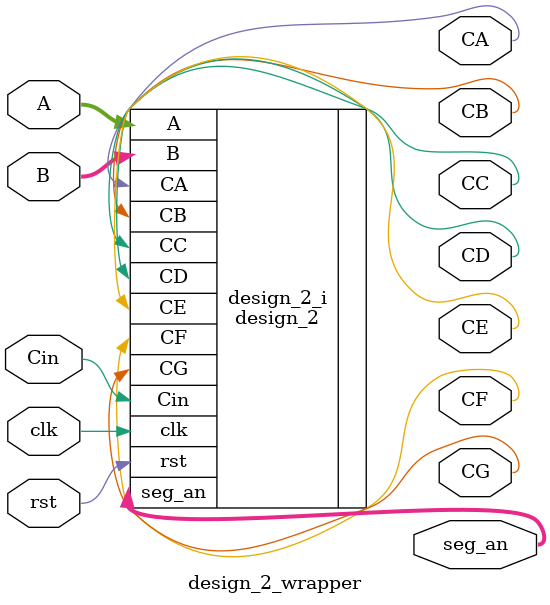
<source format=v>
`timescale 1 ps / 1 ps

module design_2_wrapper
   (A,
    B,
    CA,
    CB,
    CC,
    CD,
    CE,
    CF,
    CG,
    Cin,
    clk,
    rst,
    seg_an);
  input [3:0]A;
  input [3:0]B;
  output CA;
  output CB;
  output CC;
  output CD;
  output CE;
  output CF;
  output CG;
  input Cin;
  input clk;
  input rst;
  output [3:0]seg_an;

  wire [3:0]A;
  wire [3:0]B;
  wire CA;
  wire CB;
  wire CC;
  wire CD;
  wire CE;
  wire CF;
  wire CG;
  wire Cin;
  wire clk;
  wire rst;
  wire [3:0]seg_an;

  design_2 design_2_i
       (.A(A),
        .B(B),
        .CA(CA),
        .CB(CB),
        .CC(CC),
        .CD(CD),
        .CE(CE),
        .CF(CF),
        .CG(CG),
        .Cin(Cin),
        .clk(clk),
        .rst(rst),
        .seg_an(seg_an));
endmodule

</source>
